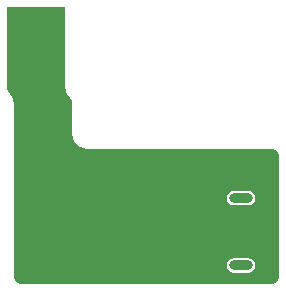
<source format=gtl>
G04 Layer_Physical_Order=1*
G04 Layer_Color=255*
%FSLAX25Y25*%
%MOIN*%
G70*
G01*
G75*
%ADD10O,0.07874X0.03150*%
%ADD11C,0.02200*%
%ADD12C,0.03000*%
G36*
X19291Y-1093D02*
X19297Y-1096D01*
X19402Y-1552D01*
Y-27678D01*
X19379D01*
X19551Y-28980D01*
X20053Y-30193D01*
X20588Y-30890D01*
X20853Y-31235D01*
X20893Y-31266D01*
X21197Y-31638D01*
X21376Y-31870D01*
X21662Y-32561D01*
X21759Y-33301D01*
X21764D01*
Y-39370D01*
Y-43335D01*
X21764Y-43335D01*
X21742D01*
X21913Y-44636D01*
X22416Y-45849D01*
X23215Y-46891D01*
X24257Y-47691D01*
X25470Y-48194D01*
X26291Y-48302D01*
X26773Y-48365D01*
X26774Y-48365D01*
X27264Y-48342D01*
X87795D01*
Y-48347D01*
X88536Y-48445D01*
X89226Y-48731D01*
X89819Y-49186D01*
X90273Y-49778D01*
X90559Y-50468D01*
X90657Y-51209D01*
X90662D01*
Y-90579D01*
X90657D01*
X90559Y-91320D01*
X90273Y-92010D01*
X89819Y-92602D01*
X89226Y-93057D01*
X88536Y-93343D01*
X87795Y-93441D01*
Y-93445D01*
X5118D01*
Y-93441D01*
X4377Y-93343D01*
X3687Y-93057D01*
X3095Y-92602D01*
X2640Y-92010D01*
X2354Y-91320D01*
X2257Y-90579D01*
X2252D01*
Y-40185D01*
Y-33301D01*
X2252Y-33301D01*
X2274D01*
X2103Y-31999D01*
X1600Y-30786D01*
X1065Y-30089D01*
X801Y-29744D01*
X761Y-29714D01*
X456Y-29341D01*
X278Y-29109D01*
X-8Y-28419D01*
X-106Y-27678D01*
X-111D01*
Y-1181D01*
X-88Y-1181D01*
X-85Y-1175D01*
X371Y-1071D01*
X19291D01*
X19291Y-1093D01*
D02*
G37*
%LPC*%
G36*
X80315Y-84811D02*
X75590D01*
X74664Y-84996D01*
X73878Y-85520D01*
X73353Y-86306D01*
X73169Y-87233D01*
X73353Y-88159D01*
X73878Y-88945D01*
X74664Y-89470D01*
X75590Y-89654D01*
X80315D01*
X81242Y-89470D01*
X82027Y-88945D01*
X82552Y-88159D01*
X82736Y-87233D01*
X82552Y-86306D01*
X82027Y-85520D01*
X81242Y-84996D01*
X80315Y-84811D01*
D02*
G37*
G36*
Y-62370D02*
X75590D01*
X74664Y-62555D01*
X73878Y-63080D01*
X73353Y-63865D01*
X73169Y-64792D01*
X73353Y-65718D01*
X73878Y-66504D01*
X74664Y-67029D01*
X75590Y-67213D01*
X80315D01*
X81242Y-67029D01*
X82027Y-66504D01*
X82552Y-65718D01*
X82736Y-64792D01*
X82552Y-63865D01*
X82027Y-63080D01*
X81242Y-62555D01*
X80315Y-62370D01*
D02*
G37*
%LPD*%
D10*
X77953Y-64792D02*
D03*
Y-87233D02*
D03*
X46457Y-64792D02*
D03*
Y-87233D02*
D03*
X14961Y-64792D02*
D03*
Y-87233D02*
D03*
D11*
X26819Y-74348D02*
D03*
Y-79014D02*
D03*
Y-83681D02*
D03*
X57319Y-69181D02*
D03*
Y-74348D02*
D03*
Y-79014D02*
D03*
Y-83681D02*
D03*
X87319Y-67181D02*
D03*
Y-62514D02*
D03*
Y-57848D02*
D03*
Y-53181D02*
D03*
X14819Y-22181D02*
D03*
Y-18681D02*
D03*
X26819Y-69181D02*
D03*
X6319D02*
D03*
Y-83681D02*
D03*
Y-79014D02*
D03*
Y-74348D02*
D03*
X57319Y-50181D02*
D03*
X52462D02*
D03*
X47605D02*
D03*
X42748D02*
D03*
X87319Y-72181D02*
D03*
Y-76848D02*
D03*
Y-81514D02*
D03*
Y-86181D02*
D03*
X23319Y-50181D02*
D03*
X28176D02*
D03*
X33033D02*
D03*
X37890D02*
D03*
X63319Y-83681D02*
D03*
Y-79014D02*
D03*
Y-74348D02*
D03*
Y-69181D02*
D03*
D12*
X16319Y-31431D02*
D03*
Y-36181D02*
D03*
Y-26681D02*
D03*
M02*

</source>
